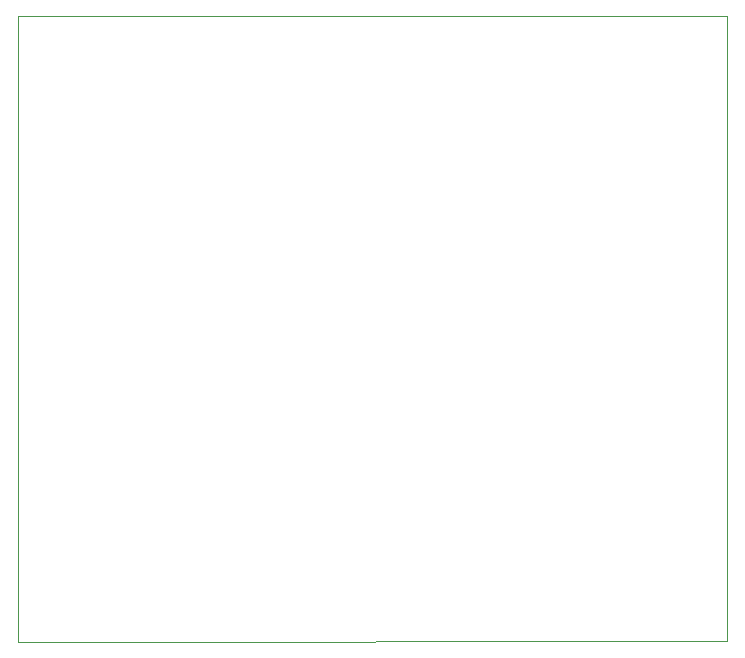
<source format=gbr>
G04 #@! TF.GenerationSoftware,KiCad,Pcbnew,5.1.2-f72e74a~84~ubuntu18.04.1*
G04 #@! TF.CreationDate,2019-07-22T12:28:37+03:00*
G04 #@! TF.ProjectId,Garland_NPN,4761726c-616e-4645-9f4e-504e2e6b6963,rev?*
G04 #@! TF.SameCoordinates,Original*
G04 #@! TF.FileFunction,Profile,NP*
%FSLAX46Y46*%
G04 Gerber Fmt 4.6, Leading zero omitted, Abs format (unit mm)*
G04 Created by KiCad (PCBNEW 5.1.2-f72e74a~84~ubuntu18.04.1) date 2019-07-22 12:28:37*
%MOMM*%
%LPD*%
G04 APERTURE LIST*
%ADD10C,0.050000*%
G04 APERTURE END LIST*
D10*
X60010000Y50000D02*
X0Y0D01*
X60000000Y52990000D02*
X60010000Y50000D01*
X-20000Y53000000D02*
X60000000Y52990000D01*
X0Y0D02*
X-20000Y53000000D01*
M02*

</source>
